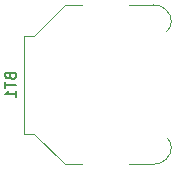
<source format=gbo>
G04 #@! TF.GenerationSoftware,KiCad,Pcbnew,5.1.8-5.1.8*
G04 #@! TF.CreationDate,2020-12-14T23:03:17+01:00*
G04 #@! TF.ProjectId,ublox-breakout,75626c6f-782d-4627-9265-616b6f75742e,rev?*
G04 #@! TF.SameCoordinates,PX71f6ce0PY7cfd120*
G04 #@! TF.FileFunction,Legend,Bot*
G04 #@! TF.FilePolarity,Positive*
%FSLAX46Y46*%
G04 Gerber Fmt 4.6, Leading zero omitted, Abs format (unit mm)*
G04 Created by KiCad (PCBNEW 5.1.8-5.1.8) date 2020-12-14 23:03:17*
%MOMM*%
%LPD*%
G01*
G04 APERTURE LIST*
%ADD10C,0.120000*%
%ADD11C,0.150000*%
%ADD12C,2.250000*%
%ADD13C,2.050000*%
%ADD14C,10.200000*%
%ADD15R,3.300000X3.500000*%
%ADD16C,0.700000*%
%ADD17C,4.400000*%
%ADD18O,1.700000X1.700000*%
%ADD19R,1.700000X1.700000*%
G04 APERTURE END LIST*
D10*
X19750000Y14150000D02*
X21200000Y14150000D01*
X17150000Y16750000D02*
X19750000Y14150000D01*
X16350000Y16750000D02*
X17150000Y16750000D01*
X16350000Y25050000D02*
X16350000Y16750000D01*
X17150000Y25050000D02*
X16350000Y25050000D01*
X19750000Y27650000D02*
X17150000Y25050000D01*
X21200000Y27650000D02*
X19750000Y27650000D01*
X25200000Y27650000D02*
X27300000Y27650000D01*
X25200000Y14150000D02*
X27300000Y14150000D01*
X27250000Y27650000D02*
G75*
G02*
X28800000Y26200000I50000J-1500000D01*
G01*
X27250000Y14150000D02*
G75*
G03*
X28800000Y15600000I50000J1500000D01*
G01*
X28784160Y26314615D02*
G75*
G02*
X28400000Y25400000I-984160J-124615D01*
G01*
X28784160Y15485385D02*
G75*
G03*
X28400000Y16400000I-984160J124615D01*
G01*
D11*
X15135714Y21607143D02*
X15178571Y21478572D01*
X15221428Y21435715D01*
X15307142Y21392858D01*
X15435714Y21392858D01*
X15521428Y21435715D01*
X15564285Y21478572D01*
X15607142Y21564286D01*
X15607142Y21907143D01*
X14707142Y21907143D01*
X14707142Y21607143D01*
X14750000Y21521429D01*
X14792857Y21478572D01*
X14878571Y21435715D01*
X14964285Y21435715D01*
X15050000Y21478572D01*
X15092857Y21521429D01*
X15135714Y21607143D01*
X15135714Y21907143D01*
X14707142Y21135715D02*
X14707142Y20621429D01*
X15607142Y20878572D02*
X14707142Y20878572D01*
X15607142Y19850000D02*
X15607142Y20364286D01*
X15607142Y20107143D02*
X14707142Y20107143D01*
X14835714Y20192858D01*
X14921428Y20278572D01*
X14964285Y20364286D01*
%LPC*%
D12*
X19340000Y7440000D03*
X19340000Y2360000D03*
X14260000Y2360000D03*
X14260000Y7440000D03*
D13*
X16800000Y4900000D03*
D14*
X23200000Y20900000D03*
D15*
X23200000Y13000000D03*
X23200000Y28800000D03*
D16*
X4166726Y4226726D03*
X3000000Y4710000D03*
X1833274Y4226726D03*
X1350000Y3060000D03*
X1833274Y1893274D03*
X3000000Y1410000D03*
X4166726Y1893274D03*
X4650000Y3060000D03*
D17*
X3000000Y3060000D03*
D16*
X45366726Y4226726D03*
X44200000Y4710000D03*
X43033274Y4226726D03*
X42550000Y3060000D03*
X43033274Y1893274D03*
X44200000Y1410000D03*
X45366726Y1893274D03*
X45850000Y3060000D03*
D17*
X44200000Y3060000D03*
D16*
X45366726Y31426726D03*
X44200000Y31910000D03*
X43033274Y31426726D03*
X42550000Y30260000D03*
X43033274Y29093274D03*
X44200000Y28610000D03*
X45366726Y29093274D03*
X45850000Y30260000D03*
D17*
X44200000Y30260000D03*
D16*
X4166726Y31426726D03*
X3000000Y31910000D03*
X1833274Y31426726D03*
X1350000Y30260000D03*
X1833274Y29093274D03*
X3000000Y28610000D03*
X4166726Y29093274D03*
X4650000Y30260000D03*
D17*
X3000000Y30260000D03*
D18*
X4540000Y9400000D03*
X2000000Y9400000D03*
X4540000Y11940000D03*
X2000000Y11940000D03*
X4540000Y14480000D03*
X2000000Y14480000D03*
X4540000Y17020000D03*
X2000000Y17020000D03*
X4540000Y19560000D03*
X2000000Y19560000D03*
X4540000Y22100000D03*
D19*
X2000000Y22100000D03*
D12*
X40260000Y9520000D03*
X40260000Y14600000D03*
X45340000Y14600000D03*
X45340000Y9520000D03*
D13*
X42800000Y12060000D03*
M02*

</source>
